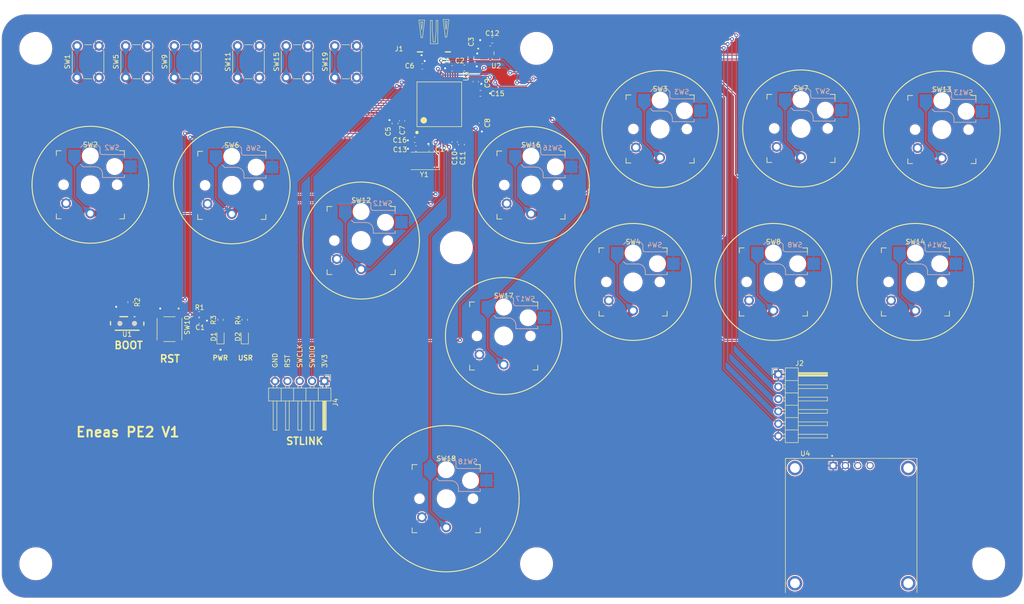
<source format=kicad_pcb>
(kicad_pcb (version 20240108) (generator "pcbnew") (generator_version "8.0")
  (layers (0 "F.Cu" signal) (31 "B.Cu" signal) (34 "B.Paste" user) (35 "F.Paste" user) (36 "B.SilkS" user "B.Silkscreen") (37 "F.SilkS" user "F.Silkscreen") (38 "B.Mask" user) (39 "F.Mask" user) (44 "Edge.Cuts" user))
  (net 0 "")
  (net 1 "GND")
  (net 2 "LEFT")
  (net 3 "DOWN")
  (net 4 "RIGHT")
  (net 5 "UP")
  (net 6 "L1")
  (net 7 "R1")
  (net 8 "TRIANGLE")
  (net 9 "SQUARE")
  (net 10 "CIRCLE")
  (net 11 "CROSS")
  (net 12 "R2")
  (net 13 "L2")
  (net 14 "OPT1")
  (net 15 "OPT2")
  (net 16 "OPT3")
  (net 17 "OPT4")
  (net 18 "OPT5")
  (net 19 "OPT6")
  (net 20 "+3V3")
  (net 21 "RST")
  (net 22 "SWCLK")
  (net 23 "SWDIO")
  (net 24 "BOOT0")
  (net 25 "+5V")
  (net 26 "/USB_D+")
  (net 27 "/USB_D-")
  (net 28 "/UC1")
  (net 29 "/UC3")
  (net 30 "/UC4")
  (net 31 "/UC2")
  (net 32 "Net-(U3-PH0-OSC_IN)")
  (net 33 "Net-(U3-PH1-OSC_OUT)")
  (net 34 "Net-(U3-VCAP_1)")
  (net 36 "Net-(R2-Pad2)")
  (net 44 "I2C_SCL")
  (net 45 "I2C_SDA")
  (net 53 "USART_RX")
  (net 55 "USART_TX")
  (net 66 "Net-(D1-A)")
  (net 67 "Net-(D2-K)")
  (net 68 "Net-(D2-A)")
  (footprint "Kailh:Kailh_socket_PG1350_optional" (layer "F.Cu") (at 87.32 65.17)
    (property "Reference" "SW6")
    (property "Value" "SW_Push")
  )
  (footprint "Kailh:Kailh_socket_PG1350_optional" (layer "F.Cu") (at 113.92 76.52)
    (property "Reference" "SW12")
    (property "Value" "SW_Push")
  )
  (footprint "Kailh:Kailh_socket_PG1350_optional" (layer "F.Cu") (at 131.42 129.62)
    (property "Reference" "SW18")
    (property "Value" "SW_Push")
  )
  (footprint "Kailh:Kailh_socket_PG1350_optional" (layer "F.Cu") (at 148.86 65.11)
    (property "Reference" "SW16")
    (property "Value" "SW_Push")
  )
  (footprint "Kailh:Kailh_socket_PG1350_optional" (layer "F.Cu") (at 175.42 53.58)
    (property "Reference" "SW3")
    (property "Value" "SW_Push")
  )
  (footprint "Kailh:Kailh_socket_PG1350_optional" (layer "F.Cu") (at 204.39 53.46)
    (property "Reference" "SW7")
    (property "Value" "SW_Push")
  )
  (footprint "Kailh:Kailh_socket_PG1350_optional" (layer "F.Cu") (at 233.36 53.7)
    (property "Reference" "SW13")
    (property "Value" "SW_Push")
  )
  (footprint "Kailh:Kailh_socket_PG1350_optional" (layer "F.Cu") (at 143.25 96.15)
    (property "Reference" "SW17")
    (property "Value" "SW_Push")
  )
  (footprint "Kailh:Kailh_socket_PG1350_optional" (layer "F.Cu") (at 169.86 85.04)
    (property "Reference" "SW4")
    (property "Value" "SW_Push")
  )
  (footprint "Kailh:Kailh_socket_PG1350_optional" (layer "F.Cu") (at 198.71 85.04)
    (property "Reference" "SW8")
    (property "Value" "SW_Push")
  )
  (footprint "Kailh:Kailh_socket_PG1350_optional" (layer "F.Cu") (at 227.92 85.04)
    (property "Reference" "SW14")
    (property "Value" "SW_Push")
  )
  (footprint "MountingHole:MountingHole_6.3mm" (layer "F.Cu") (at 47 37)
    (property "Reference" "H1" (hide yes))
    (property "Value" "MountingHole")
  )
  (footprint "MountingHole:MountingHole_6.3mm" (layer "F.Cu") (at 47 143)
    (property "Reference" "H4" (hide yes))
    (property "Value" "MountingHole")
  )
  (footprint "MountingHole:MountingHole_6.3mm" (layer "F.Cu") (at 243 143)
    (property "Reference" "H6" (hide yes))
    (property "Value" "MountingHole")
  )
  (footprint "MountingHole:MountingHole_6.3mm" (layer "F.Cu") (at 243 37)
    (property "Reference" "H3" (hide yes))
    (property "Value" "MountingHole")
  )
  (footprint "Kailh:Kailh_socket_PG1350_optional" (layer "F.Cu") (at 58.225 65.05)
    (property "Reference" "SW2")
    (property "Value" "SW_Push")
  )
  (footprint "MountingHole:MountingHole_6.3mm" (layer "F.Cu") (at 150 37)
    (property "Reference" "H2" (hide yes))
    (property "Value" "MountingHole")
  )
  (footprint "Button_Switch_THT:SW_PUSH_6mm_H5mm" (layer "F.Cu") (at 88.5 43 90)
    (property "Reference" "SW11")
    (property "Value" "C455091")
  )
  (footprint "Button_Switch_THT:SW_PUSH_6mm_H5mm" (layer "F.Cu") (at 65.5 43 90)
    (property "Reference" "SW5")
    (property "Value" "C455091")
  )
  (footprint "Button_Switch_THT:SW_PUSH_6mm_H5mm" (layer "F.Cu") (at 98.5 43 90)
    (property "Reference" "SW15")
    (property "Value" "C455091")
  )
  (footprint "Button_Switch_THT:SW_PUSH_6mm_H5mm" (layer "F.Cu") (at 55.5 43 90)
    (property "Reference" "SW1")
    (property "Value" "C455091")
  )
  (footprint "Button_Switch_THT:SW_PUSH_6mm_H5mm" (layer "F.Cu") (at 75.5 43 90)
    (property "Reference" "SW9")
    (property "Value" "C455091")
  )
  (footprint "Button_Switch_THT:SW_PUSH_6mm_H5mm" (layer "F.Cu") (at 108.5 43 90)
    (property "Reference" "SW19")
    (property "Value" "C455091")
  )
  (footprint "MountingHole:MountingHole_6.3mm" (layer "F.Cu") (at 133.5 78)
    (property "Reference" "H7" (hide yes))
    (property "Value" "MountingHole")
  )
  (footprint "MountingHole:MountingHole_6.3mm" (layer "F.Cu") (at 150 143)
    (property "Reference" "H5" (hide yes))
    (property "Value" "MountingHole")
  )
  (footprint "Capacitor_SMD:C_0402_1005Metric" (layer "F.Cu") (at 122.35 51.9 90)
    (property "Reference" "C7")
    (property "Value" "100n")
  )
  (footprint "PE2:JLC_MINI-USB-SMD" (layer "F.Cu") (at 128.9 35.15 180)
    (property "Reference" "J1")
    (property "Value" "C2977719 miniUSBb")
  )
  (footprint "Fiducial:Fiducial_0.75mm_Mask2.25mm" (layer "F.Cu") (at 42.72 45.35)
    (property "Reference" "FID1" (hide yes))
    (property "Value" "Fiducial")
  )
  (footprint "PE2:MODULE_DM-OLED096-636" (layer "F.Cu") (at 214.8 134.3125)
    (property "Reference" "U4")
    (property "Value" "DM-OLED096-636")
  )
  (footprint "Crystal:Crystal_SMD_5032-2Pin_5.0x3.2mm" (layer "F.Cu") (at 126.9 60.15 180)
    (property "Reference" "Y1")
    (property "Value" " C115962 8MHz")
  )
  (footprint "LED_SMD:LED_0603_1608Metric" (layer "F.Cu") (at 90 96.3 90)
    (property "Reference" "D2")
    (property "Value" "C2286 USR")
  )
  (footprint "PE2:SOT95P275X110-5N" (layer "F.Cu") (at 140.5 38)
    (property "Reference" "U2")
    (property "Value" "C603505 NCP115ASN330T2G LDO")
  )
  (footprint "Capacitor_SMD:C_0603_1608Metric" (layer "F.Cu") (at 134.55 56.8 -90)
    (property "Reference" "C10")
    (property "Value" "1uF")
  )
  (footprint "Resistor_SMD:R_0402_1005Metric" (layer "F.Cu") (at 90 92.825 90)
    (property "Reference" "R4")
    (property "Value" "C226821 180R")
  )
  (footprint "Capacitor_SMD:C_0402_1005Metric" (layer "F.Cu") (at 127.9 57.55 180)
    (property "Reference" "C14")
    (property "Value" "C382724 33pF")
  )
  (footprint "PE2:JLC_SW-SMD" (layer "F.Cu") (at 65.8 93.25 180)
    (property "Reference" "U1")
    (property "Value" "C3008585 bootselSW")
    (fp_poly (pts (xy 2 -0.325) (xy 1.979746 -0.465866) (xy 1.920627 -0.59532) (xy 1.82743 -0.702875) (xy 1.707708 -0.779816) (xy 1.571157 -0.819911) (xy 1.428843 -0.819911) (xy 1.292292 -0.779816) (xy 1.17257 -0.702875) (xy 1.079373 -0.59532) (xy 1.020254 -0.465866) (xy 1 -0.325) (xy 1.020254 -0.184134) (xy 1.079373 -0.05468) (xy 1.17257 0.052875) (xy 1.292292 0.129816) (xy 1.428843 0.169911) (xy 1.571157 0.169911) (xy 1.707708 0.129816) (xy 1.82743 0.052875) (xy 1.920627 -0.05468) (xy 1.979746 -0.184134)) (fill solid) (layer "Edge.Cuts"))
    (fp_poly (pts (xy -1 -0.325) (xy -1.020254 -0.465866) (xy -1.079373 -0.59532) (xy -1.17257 -0.702875) (xy -1.292292 -0.779816) (xy -1.428843 -0.819911) (xy -1.571157 -0.819911) (xy -1.707708 -0.779816) (xy -1.82743 -0.702875) (xy -1.920627 -0.59532) (xy -1.979746 -0.465866) (xy -2 -0.325) (xy -1.979746 -0.184134) (xy -1.920627 -0.05468) (xy -1.82743 0.052875) (xy -1.707708 0.129816) (xy -1.571157 0.169911) (xy -1.428843 0.169911) (xy -1.292292 0.129816) (xy -1.17257 0.052875) (xy -1.079373 -0.05468) (xy -1.020254 -0.184134)) (fill solid) (layer "Edge.Cuts"))
  )
  (footprint "Capacitor_SMD:C_0402_1005Metric" (layer "F.Cu") (at 126.5 40.7)
    (property "Reference" "C6")
    (property "Value" "100n")
  )
  (footprint "Resistor_SMD:R_0402_1005Metric" (layer "F.Cu") (at 85 92.825 -90)
    (property "Reference" "R3")
    (property "Value" "C226821 180R")
  )
  (footprint "Capacitor_SMD:C_0402_1005Metric" (layer "F.Cu") (at 132.65 41.1 180)
    (property "Reference" "C4")
    (property "Value" "100n")
  )
  (footprint "Capacitor_SMD:C_0603_1608Metric" (layer "F.Cu") (at 138.45 46.25)
    (property "Reference" "C15")
    (property "Value" "4.7uF")
  )
  (footprint "Connector_PinHeader_2.54mm:PinHeader_1x06_P2.54mm_Horizontal" (layer "F.Cu") (at 199.725 104.05)
    (property "Reference" "J2")
    (property "Value" "Conn_01x06")
  )
  (footprint "Fiducial:Fiducial_0.5mm_Mask1mm" (layer "F.Cu") (at 135.85 54.35)
    (property "Reference" "FID4" (hide yes))
    (property "Value" "Fiducial")
  )
  (footprint "Resistor_SMD:R_0402_1005Metric" (layer "F.Cu") (at 66.5 89.2 -90)
    (property "Reference" "R2")
    (property "Value" "C163810 10k")
  )
  (footprint "Capacitor_SMD:C_0603_1608Metric" (layer "F.Cu") (at 120.9 52.45 90)
    (property "Reference" "C5")
    (property "Value" "10uF")
  )
  (footprint "Resistor_SMD:R_0402_1005Metric" (layer "F.Cu") (at 80.6 91.7 180)
    (property "Reference" "R1")
    (property "Value" "C163810 10k")
  )
  (footprint "LED_SMD:LED_0603_1608Metric" (layer "F.Cu") (at 85 96.3 90)
    (property "Reference" "D1")
    (property "Value" "C2286 PWR")
  )
  (footprint "Capacitor_SMD:C_0603_1608Metric" (layer "F.Cu") (at 140.9 35.3 180)
    (property "Reference" "C12")
    (property "Value" "1uF Cer")
  )
  (footprint "Capacitor_SMD:C_0402_1005Metric" (layer "F.Cu") (at 124.955 55.8 180)
    (property "Reference" "C16")
    (property "Value" "100n")
  )
  (footprint "Capacitor_SMD:C_0402_1005Metric" (layer "F.Cu") (at 138.75 52.35 -90)
    (property "Reference" "C8")
    (property "Value" "100n")
  )
  (footprint "Capacitor_SMD:C_0603_1608Metric" (layer "F.Cu") (at 136.5 38.75 -90)
    (property "Reference" "C3")
    (property "Value" "1uF Cer")
  )
  (footprint "Fiducial:Fiducial_0.75mm_Mask2.25mm" (layer "F.Cu") (at 43.75 134.55)
    (property "Reference" "FID2" (hide yes))
    (property "Value" "Fiducial")
  )
  (footprint "Capacitor_SMD:C_0402_1005Metric" (layer "F.Cu") (at 133.15 56.25 -90)
    (property "Reference" "C11")
    (property "Value" "100n")
  )
  (footprint "Capacitor_SMD:C_0603_1608Metric" (layer "F.Cu") (at 135.14 41.02)
    (property "Reference" "C2")
    (property "Value" "1uF")
  )
  (footprint "PE2:JLC_TactSW_Low-profile" (layer "F.Cu") (at 74.5 94.75 -90)
    (property "Reference" "SW10")
    (property "Value" "C2985742")
  )
  (footprint "PE2:STM32F446RCT6" (layer "F.Cu") (at 130 48.5 90)
    (property "Reference" "U3")
    (property "Value" "STM32F446RCT6")
  )
  (footprint "Capacitor_SMD:C_0402_1005Metric" (layer "F.Cu") (at 137.5 43.85 -90)
    (property "Reference" "C9")
    (property "Value" "100n")
  )
  (footprint "Fiducial:Fiducial_0.75mm_Mask2.25mm" (layer "F.Cu") (at 247.2 134.55)
    (property "Reference" "FID3" (hide yes))
    (property "Value" "Fiducial")
  )
  (footprint "Fiducial:Fiducial_0.5mm_Mask1mm" (layer "F.Cu") (at 124.15 42.65)
    (property "Reference" "FID5" (hide yes))
    (property "Value" "Fiducial")
  )
  (footprint "Capacitor_SMD:C_0402_1005Metric" (layer "F.Cu") (at 80.6 93)
    (property "Reference" "C1")
    (property "Value" "100n")
  )
  (footprint "Connector_PinHeader_2.54mm:PinHeader_1x05_P2.54mm_Horizontal" (layer "F.Cu") (at 106.375 105.425 -90)
    (property "Reference" "J4")
    (property "Value" "Conn_01x05")
  )
  (footprint "Capacitor_SMD:C_0402_1005Metric" (layer "F.Cu") (at 125.2 57.6 180)
    (property "Reference" "C13")
    (property "Value" "C382724 33pF")
  )
  (gr_line (start 216.382567 53.463258) (end 216.382567 53.463258) (stroke (width 0.2)) (layer "F.SilkS"))
  (gr_line (start 245.355098 53.699766) (end 245.355098 53.699766) (stroke (width 0.2)) (layer "F.SilkS"))
  (gr_curve (pts (xy 75.320345 65.17053) (xy 75.320345 60.873617) (xy 77.606529 56.903105) (xy 81.317714 54.754648)) (stroke (width 0.2)) (layer "F.SilkS"))
  (gr_curve (pts (xy 93.312452 54.754648) (xy 97.023636 56.903105) (xy 99.309821 60.873617) (xy 99.309821 65.17053)) (stroke (width 0.2)) (layer "F.SilkS"))
  (gr_curve (pts (xy 181.412661 63.9974) (xy 177.701476 66.145857) (xy 173.129108 66.145857) (xy 169.417923 63.9974)) (stroke (width 0.2)) (layer "F.SilkS"))
  (gr_curve (pts (xy 233.918028 74.621539) (xy 237.629213 76.769996) (xy 239.915397 80.740507) (xy 239.915397 85.037421)) (stroke (width 0.2)) (layer "F.SilkS"))
  (gr_line (start 187.41003 53.581518) (end 187.41003 53.581518) (stroke (width 0.2)) (layer "F.SilkS"))
  (gr_curve (pts (xy 233.918028 95.453303) (xy 230.206843 97.601759) (xy 225.634475 97.601759) (xy 221.92329 95.453303)) (stroke (width 0.2)) (layer "F.SilkS"))
  (gr_curve (pts (xy 123.913745 142.649412) (xy 119.271238 139.9618) (xy 116.411337 134.994889) (xy 116.411337 129.619665)) (stroke (width 0.2)) (layer "F.SilkS"))
  (gr_curve (pts (xy 204.70893 95.453303) (xy 200.997745 97.601759) (xy 196.425377 97.601759) (xy 192.714192 95.453303)) (stroke (width 0.2)) (layer "F.SilkS"))
  (gr_curve (pts (xy 192.714192 74.621539) (xy 196.425377 72.473082) (xy 200.997745 72.473082) (xy 204.70893 74.621539)) (stroke (width 0.2)) (layer "F.SilkS"))
  (gr_curve (pts (xy 239.915397 85.037421) (xy 239.915397 89.334334) (xy 237.629213 93.304846) (xy 233.918028 95.453303)) (stroke (width 0.2)) (layer "F.SilkS"))
  (gr_curve (pts (xy 142.865684 75.530868) (xy 139.154499 73.382411) (xy 136.868315 69.4119) (xy 136.868315 65.114986)) (stroke (width 0.2)) (layer "F.SilkS"))
  (gr_curve (pts (xy 210.706299 85.037421) (xy 210.706299 89.334334) (xy 208.420115 93.304846) (xy 204.70893 95.453303)) (stroke (width 0.2)) (layer "F.SilkS"))
  (gr_curve (pts (xy 210.385198 43.047376) (xy 214.096383 45.195832) (xy 216.382567 49.166344) (xy 216.382567 53.463258)) (stroke (width 0.2)) (layer "F.SilkS"))
  (gr_line (start 181.852021 85.037421) (end 181.852021 85.037421) (stroke (width 0.2)) (layer "F.SilkS"))
  (gr_curve (pts (xy 221.92329 95.453303) (xy 218.212105 93.304846) (xy 215.925921 89.334334) (xy 215.925921 85.037421)) (stroke (width 0.2)) (layer "F.SilkS"))
  (gr_curve (pts (xy 93.312452 75.586412) (xy 89.601267 77.734869) (xy 85.028899 77.734869) (xy 81.317714 75.586412)) (stroke (width 0.2)) (layer "F.SilkS"))
  (gr_curve (pts (xy 175.854652 95.453303) (xy 172.143467 97.601759) (xy 167.571099 97.601759) (xy 163.859914 95.453303)) (stroke (width 0.2)) (layer "F.SilkS"))
  (gr_line (start 239.915397 85.037421) (end 239.915397 85.037421) (stroke (width 0.2)) (layer "F.SilkS"))
  (gr_curve (pts (xy 186.716823 85.037421) (xy 186.716823 80.740507) (xy 189.003008 76.769996) (xy 192.714192 74.621539)) (stroke (width 0.2)) (layer "F.SilkS"))
  (gr_curve (pts (xy 138.918561 142.649412) (xy 134.276055 145.337024) (xy 128.556251 145.337024) (xy 123.913745 142.649412)) (stroke (width 0.2)) (layer "F.SilkS"))
  (gr_curve (pts (xy 169.417923 43.165636) (xy 173.129108 41.01718) (xy 177.701476 41.01718) (xy 181.412661 43.165636)) (stroke (width 0.2)) (layer "F.SilkS"))
  (gr_curve (pts (xy 64.221646 54.636398) (xy 67.932831 56.784855) (xy 70.219015 60.755367) (xy 70.219015 65.05228)) (stroke (width 0.2)) (layer "F.SilkS"))
  (gr_curve (pts (xy 245.355098 53.699766) (xy 245.355097 60.342218) (xy 239.98487 65.72699) (xy 233.36036 65.72699)) (stroke (width 0.2)) (layer "F.SilkS"))
  (gr_curve (pts (xy 160.857791 65.114986) (xy 160.857791 69.4119) (xy 158.571607 73.382411) (xy 154.860422 75.530868)) (stroke (width 0.2)) (layer "F.SilkS"))
  (gr_curve (pts (xy 52.226909 54.636398) (xy 55.938093 52.487941) (xy 60.510462 52.487941) (xy 64.221646 54.636398)) (stroke (width 0.2)) (layer "F.SilkS"))
  (gr_curve (pts (xy 131.255108 96.153426) (xy 131.255108 91.856513) (xy 133.541293 87.886001) (xy 137.252477 85.737546)) (stroke (width 0.2)) (layer "F.SilkS"))
  (gr_curve (pts (xy 192.393091 53.463258) (xy 192.393091 49.166344) (xy 194.679275 45.195832) (xy 198.39046 43.047376)) (stroke (width 0.2)) (layer "F.SilkS"))
  (gr_curve (pts (xy 119.919904 86.938924) (xy 116.208719 89.08738) (xy 111.636351 89.08738) (xy 107.925166 86.938924)) (stroke (width 0.2)) (layer "F.SilkS"))
  (gr_curve (pts (xy 101.927798 76.523042) (xy 101.927798 72.226128) (xy 104.213982 68.255617) (xy 107.925166 66.10716)) (stroke (width 0.2)) (layer "F.SilkS"))
  (gr_curve (pts (xy 137.252477 85.737546) (xy 140.963662 83.589088) (xy 145.53603 83.589088) (xy 149.247215 85.737546)) (stroke (width 0.2)) (layer "F.SilkS"))
  (gr_curve (pts (xy 154.860422 54.699104) (xy 158.571607 56.847561) (xy 160.857791 60.818073) (xy 160.857791 65.114986)) (stroke (width 0.2)) (layer "F.SilkS"))
  (gr_curve (pts (xy 221.92329 74.621539) (xy 225.634475 72.473082) (xy 230.206843 72.473082) (xy 233.918028 74.621539)) (stroke (width 0.2)) (layer "F.SilkS"))
  (gr_line (start 155.244584 96.153426) (end 155.244584 96.153426) (stroke (width 0.2)) (layer "F.SilkS"))
  (gr_curve (pts (xy 181.852021 85.037421) (xy 181.852021 89.334334) (xy 179.565837 93.304846) (xy 175.854652 95.453303)) (stroke (width 0.2)) (layer "F.SilkS"))
  (gr_curve (pts (xy 138.918561 116.589918) (xy 143.561067 119.277529) (xy 146.420969 124.244441) (xy 146.420969 129.619665)) (stroke (width 0.2)) (layer "F.SilkS"))
  (gr_curve (pts (xy 64.221646 75.468162) (xy 60.510462 77.616619) (xy 55.938093 77.616619) (xy 52.226909 75.468162)) (stroke (width 0.2)) (layer "F.SilkS"))
  (gr_curve (pts (xy 227.362991 43.283884) (xy 231.074176 41.135427) (xy 235.646544 41.135427) (xy 239.357729 43.283884)) (stroke (width 0.2)) (layer "F.SilkS"))
  (gr_curve (pts (xy 169.417923 63.9974) (xy 165.706739 61.848943) (xy 163.420555 57.878432) (xy 163.420555 53.581518)) (stroke (width 0.2)) (layer "F.SilkS"))
  (gr_curve (pts (xy 116.411337 129.619665) (xy 116.411337 124.244441) (xy 119.271238 119.277529) (xy 123.913745 116.589918)) (stroke (width 0.2)) (layer "F.SilkS"))
  (gr_line (start 160.857791 65.114986) (end 160.857791 65.114986) (stroke (width 0.2)) (layer "F.SilkS"))
  (gr_curve (pts (xy 149.247215 85.737546) (xy 152.9584 87.886001) (xy 155.244584 91.856513) (xy 155.244584 96.153426)) (stroke (width 0.2)) (layer "F.SilkS"))
  (gr_curve (pts (xy 215.925921 85.037421) (xy 215.925921 80.740507) (xy 218.212105 76.769996) (xy 221.92329 74.621539)) (stroke (width 0.2)) (layer "F.SilkS"))
  (gr_curve (pts (xy 163.859914 95.453303) (xy 160.148729 93.304846) (xy 157.862545 89.334334) (xy 157.862545 85.037421)) (stroke (width 0.2)) (layer "F.SilkS"))
  (gr_curve (pts (xy 181.412661 43.165636) (xy 185.123846 45.314093) (xy 187.41003 49.284605) (xy 187.41003 53.581518)) (stroke (width 0.2)) (layer "F.SilkS"))
  (gr_curve (pts (xy 163.859914 74.621539) (xy 167.571099 72.473082) (xy 172.143467 72.473082) (xy 175.854652 74.621539)) (stroke (width 0.2)) (layer "F.SilkS"))
  (gr_curve (pts (xy 239.357729 43.283884) (xy 243.068914 45.432341) (xy 245.355098 49.402853) (xy 245.355098 53.699766)) (stroke (width 0.2)) (layer "F.SilkS"))
  (gr_curve (pts (xy 70.219015 65.05228) (xy 70.219015 69.349193) (xy 67.932831 73.319705) (xy 64.221646 75.468162)) (stroke (width 0.2)) (layer "F.SilkS"))
  (gr_curve (pts (xy 163.420555 53.581518) (xy 163.420555 49.284605) (xy 165.706739 45.314093) (xy 169.417923 43.165636)) (stroke (width 0.2)) (layer "F.SilkS"))
  (gr_line (start 70.219015 65.05228) (end 70.219015 65.05228) (stroke (width 0.2)) (layer "F.SilkS"))
  (gr_curve (pts (xy 107.925166 66.10716) (xy 111.636351 63.958703) (xy 116.208719 63.958703) (xy 119.919904 66.10716)) (stroke (width 0.2)) (layer "F.SilkS"))
  (gr_curve (pts (xy 146.420969 129.619665) (xy 146.420969 134.994889) (xy 143.561067 139.9618) (xy 138.918561 142.649412)) (stroke (width 0.2)) (layer "F.SilkS"))
  (gr_curve (pts (xy 157.862545 85.037421) (xy 157.862545 80.740507) (xy 160.148729 76.769996) (xy 163.859914 74.621539)) (stroke (width 0.2)) (layer "F.SilkS"))
  (gr_curve (pts (xy 119.919904 66.10716) (xy 123.631089 68.255617) (xy 125.917273 72.226128) (xy 125.917273 76.523042)) (stroke (width 0.2)) (layer "F.SilkS"))
  (gr_curve (pts (xy 123.913745 116.589918) (xy 128.556251 113.902306) (xy 134.276055 113.902306) (xy 138.918561 116.589918)) (stroke (width 0.2)) (layer "F.SilkS"))
  (gr_curve (pts (xy 107.925166 86.938924) (xy 104.213982 84.790467) (xy 101.927798 80.819955) (xy 101.927798 76.523042)) (stroke (width 0.2)) (layer "F.SilkS"))
  (gr_curve (pts (xy 210.385198 63.879139) (xy 206.674013 66.027596) (xy 202.101645 66.027596) (xy 198.39046 63.879139)) (stroke (width 0.2)) (layer "F.SilkS"))
  (gr_curve (pts (xy 221.365622 53.699766) (xy 221.365622 49.402853) (xy 223.651806 45.432341) (xy 227.362991 43.283884)) (stroke (width 0.2)) (layer "F.SilkS"))
  (gr_curve (pts (xy 81.317714 75.586412) (xy 77.606529 73.437955) (xy 75.320345 69.467444) (xy 75.320345 65.17053)) (stroke (width 0.2)) (layer "F.SilkS"))
  (gr_curve (pts (xy 187.41003 53.581518) (xy 187.41003 57.878432) (xy 185.123846 61.848943) (xy 181.412661 63.9974)) (stroke (width 0.2)) (layer "F.SilkS"))
  (gr_curve (pts (xy 198.39046 63.879139) (xy 194.679275 61.730683) (xy 192.393091 57.760171) (xy 192.393091 53.463258)) (stroke (width 0.2)) (layer "F.SilkS"))
  (gr_curve (pts (xy 137.252477 106.569308) (xy 133.541293 104.420852) (xy 131.255108 100.45034) (xy 131.255108 96.153426)) (stroke (width 0.2)) (layer "F.SilkS"))
  (gr_curve (pts (xy 81.317714 54.754648) (xy 85.028899 52.606192) (xy 89.601267 52.606192) (xy 93.312452 54.754648)) (stroke (width 0.2)) (layer "F.SilkS"))
  (gr_curve (pts (xy 136.868315 65.114986) (xy 136.868315 60.818073) (xy 139.154499 56.847561) (xy 142.865684 54.699104)) (stroke (width 0.2)) (layer "F.SilkS"))
  (gr_line (start 125.917273 76.523042) (end 125.917273 76.523042) (stroke (width 0.2)) (layer "F.SilkS"))
  (gr_line (start 99.309821 65.17053) (end 99.309821 65.17053) (stroke (width 0.2)) (layer "F.SilkS"))
  (gr_curve (pts (xy 149.247215 106.569308) (xy 145.53603 108.717765) (xy 140.963662 108.717765) (xy 137.252477 106.569308)) (stroke (width 0.2)) (layer "F.SilkS"))
  (gr_curve (pts (xy 155.244584 96.153426) (xy 155.244584 100.45034) (xy 152.9584 104.420852) (xy 149.247215 106.569308)) (stroke (width 0.2)) (layer "F.SilkS"))
  (gr_curve (pts (xy 99.309821 65.17053) (xy 99.309821 69.467444) (xy 97.023636 73.437955) (xy 93.312452 75.586412)) (stroke (width 0.2)) (layer "F.SilkS"))
  (gr_curve (pts (xy 192.714192 95.453303) (xy 189.003008 93.304846) (xy 186.716823 89.334334) (xy 186.716823 85.037421)) (stroke (width 0.2)) (layer "F.SilkS"))
  (gr_curve (pts (xy 175.854652 74.621539) (xy 179.565837 76.769996) (xy 181.852021 80.740507) (xy 181.852021 85.037421)) (stroke (width 0.2)) (layer "F.SilkS"))
  (gr_curve (pts (xy 52.226909 75.468162) (xy 48.515724 73.319705) (xy 46.22954 69.349193) (xy 46.22954 65.05228)) (stroke (width 0.2)) (layer "F.SilkS"))
  (gr_curve (pts (xy 46.22954 65.05228) (xy 46.22954 60.755367) (xy 48.515724 56.784855) (xy 52.226909 54.636398)) (stroke (width 0.2)) (layer "F.SilkS"))
  (gr_line (start 146.420969 129.619665) (end 146.420969 129.619665) (stroke (width 0.2)) (layer "F.SilkS"))
  (gr_curve (pts (xy 125.917273 76.523042) (xy 125.917273 80.819955) (xy 123.631089 84.790467) (xy 119.919904 86.938924)) (stroke (width 0.2)) (layer "F.SilkS"))
  (gr_curve (pts (xy 233.36036 65.72699) (xy 226.73585 65.72699) (xy 221.365623 60.342218) (xy 221.365622 53.699766)) (stroke (width 0.2)) (layer "F.SilkS"))
  (gr_curve (pts (xy 154.860422 75.530868) (xy 151.149237 77.679325) (xy 146.576869 77.679325) (xy 142.865684 75.530868)) (stroke (width 0.2)) (layer "F.SilkS"))
  (gr_curve (pts (xy 204.70893 74.621539) (xy 208.420115 76.769996) (xy 210.706299 80.740507) (xy 210.706299 85.037421)) (stroke (width 0.2)) (layer "F.SilkS"))
  (gr_curve (pts (xy 198.39046 43.047376) (xy 202.101645 40.898919) (xy 206.674013 40.898919) (xy 210.385198 43.047376)) (stroke (width 0.2)) (layer "F.SilkS"))
  (gr_curve (pts (xy 216.382567 53.463258) (xy 216.382567 57.760171) (xy 214.096383 61.730683) (xy 210.385198 63.879139)) (stroke (width 0.2)) (layer "F.SilkS"))
  (gr_curve (pts (xy 142.865684 54.699104) (xy 146.576869 52.550648) (xy 151.149237 52.550648) (xy 154.860422 54.699104)) (stroke (width 0.2)) (layer "F.SilkS"))
  (gr_line (start 210.706299 85.037421) (end 210.706299 85.037421) (stroke (width 0.2)) (layer "F.SilkS"))
  (gr_line (start 250 35) (end 250 145) (stroke (width 0.05)) (layer "Edge.Cuts"))
  (gr_line (start 40 145) (end 40 35) (stroke (width 0.05)) (layer "Edge.Cuts"))
  (gr_line (start 45 30) (end 136 30) (stroke (width 0.05)) (layer "Edge.Cuts"))
  (gr_line (start 136 30) (end 245 30) (stroke (width 0.05)) (layer "Edge.Cuts"))
  (gr_line (start 245 150) (end 223.2 150) (stroke (width 0.05)) (layer "Edge.Cuts"))
  (gr_arc (start 40 35) (mid 41.464466 31.464466) (end 45 30) (stroke (width 0.05)) (layer "Edge.Cuts"))
  (gr_arc (start 45 150) (mid 41.464466 148.535534) (end 40 145) (stroke (width 0.05)) (layer "Edge.Cuts"))
  (gr_arc (start 250 145) (mid 248.535534 148.535534) (end 245 150) (stroke (width 0.05)) (layer "Edge.Cuts"))
  (gr_arc (start 245 30) (mid 248.535534 31.464466) (end 250 35) (stroke (width 0.05)) (layer "Edge.Cuts"))
  (gr_line (start 223.2 150) (end 45 150) (stroke (width 0.05)) (layer "Edge.Cuts"))
  (gr_text "Eneas PE2 V1" (at 55.1 121.525 0) (layer "F.Cu" knockout) (effects (font (size 2 2) (thickness 0.4) (bold yes)) (justify left bottom)))
  (gr_text "RST\n" (at 99.35 102.8 90) (layer "F.SilkS") (effects (font (size 1 1) (thickness 0.15) (bold yes)) (justify left bottom)))
  (gr_text "RST" (at 72.35 101.725 0) (layer "F.SilkS") (effects (font (size 1.5 1.5) (thickness 0.3) (bold yes)) (justify left bottom)))
  (gr_text "USR\n" (at 88.5 101.25 0) (layer "F.SilkS") (effects (font (size 1 1) (thickness 0.2) (bold yes)) (justify left bottom)))
  (gr_text "PWR" (at 83.25 101.25 0) (layer "F.SilkS") (effects (font (size 1 1) (thickness 0.2) (bold yes)) (justify left bottom)))
  (gr_text "3V3" (at 107 102.8 90) (layer "F.SilkS") (effects (font (size 1 1)) (justify left bottom)))
  (gr_text "Eneas PE2 V1" (at 55.1 117.1 0) (layer "F.SilkS") (effects (font (size 2 2) (thickness 0.4) (bold yes)) (justify left bottom)))
  (gr_text "SWCLK" (at 101.9 102.8 90) (layer "F.SilkS") (effects (font (size 1 1)) (justify left bottom)))
  (gr_text "SWDIO" (at 104.45 102.825 90) (layer "F.SilkS") (effects (font (size 1 1)) (justify left bottom)))
  (gr_text "STLINK\n" (at 98.325 118.65 0) (layer "F.SilkS") (effects (font (size 1.5 1.5) (thickness 0.3) (bold yes)) (justify left bottom)))
  (gr_text "GND\n" (at 96.8 102.8 90) (layer "F.SilkS") (effects (font (size 1 1) (thickness 0.15) (bold yes)) (justify left bottom)))
  (gr_text "BOOT" (at 63 98.95 0) (layer "F.SilkS") (effects (font (size 1.5 1.5) (thickness 0.3) (bold yes)) (justify left bottom)))
  (segment (start 124.3 51.75) (end 122.68 51.75) (width 0.3) (layer "F.Cu") (net 1))
  (segment (start 127.75 56.65) (end 127.42 56.98) (width 0.2) (layer "F.Cu") (net 1))
  (segment (start 123.6 57.6) (end 123.55 57.65) (width 0.2) (layer "F.Cu") (net 1))
  (segment (start 85 97.0875) (end 85 99) (width 0.381) (layer "F.Cu") (net 1))
  (segment (start 63.55 91.825) (end 63.55 90.15) (width 0.3) (layer "F.Cu") (net 1))
  (segment (start 127.42 56.98) (end 127.42 57.55) (width 0.2) (layer "F.Cu") (net 1))
  (segment (start 72.625 91.75) (end 72.625 97.75) (width 0.381) (layer "F.Cu") (net 1))
  (segment (start 136.525 39.525) (end 137.7 40.7) (width 0.4) (layer "F.Cu") (net 1))
  (segment (start 121.155 51.42) (end 120.9 51.675) (width 0.3) (layer "F.Cu") (net 1))
  (segment (start 126.75 42.8) (end 126.75 41.33) (width 0.3) (layer "F.Cu") (net 1))
  (segment (start 122.35 51.42) (end 121.155 51.42) (width 0.3) (layer "F.Cu") (net 1))
  (segment (start 126.98 41.1) (end 126.98 40.02) (width 0.4) (layer "F.Cu") (net 1))
  (segment (start 126.35 38.4) (end 127.35 37.4) (width 0.381) (layer "F.Cu") (net 1))
  (segment (start 123.65 55.8) (end 124.475 55.8) (width 0.381) (layer "F.Cu") (net 1))
  (segment (start 133.705 56.73) (end 134.55 57.575) (width 0.3) (layer "F.Cu") (net 1))
  (segment (start 132.840001 56.73) (end 133.15 56.73) (width 0.3) (layer "F.Cu") (net 1))
  (segment (start 138.62 44.33) (end 138.65 44.3) (width 0.4) (layer "F.Cu") (net 1))
  (segment (start 72.625 91.75) (end 72.625 90.525) (width 0.381) (layer "F.Cu") (net 1))
  (segment (start 136.823154 51.75) (end 137.803154 52.73) (width 0.3) (layer "F.Cu") (net 1))
  (segment (start 124.72 57.6) (end 123.6 57.6) (width 0.2) (layer "F.Cu") (net 1))
  (segment (start 72.625 90.525) (end 72.6 90.5) (width 0.381) (layer "F.Cu") (net 1))
  (segment (start 119.825 51.675) (end 119.75 51.75) (width 0.3) (layer "F.Cu") (net 1))
  (segment (start 137.38 41.02) (end 137.7 40.7) (width 0.4) (layer "F.Cu") (net 1))
  (segment (start 136.5 39.525) (end 136.525 39.525) (width 0.4) (layer "F.Cu") (net 1))
  (segment (start 138.75 54.1) (end 138.8 54.05) (width 0.3) (layer "F.Cu") (net 1))
  (segment (start 131.75 54.2) (end 131.75 55.639999) (width 0.3) (layer "F.Cu") (net 1))
  (segment (start 135.915 41.02) (end 137.38 41.02) (width 0.4) (layer "F.Cu") (net 1))
  (segment (start 135.7 45.25) (end 136.859999 45.25) (width 0.3) (layer "F.Cu") (net 1))
  (segment (start 140.125 35.3) (end 138.4 35.3) (width 0.4) (layer "F.Cu") (net 1))
  (segment (start 122.68 51.75) (end 122.35 51.42) (width 0.3) (layer "F.Cu") (net 1))
  (segment (start 123.525 55.925) (end 123.65 55.8) (width 0.381) (layer "F.Cu") (net 1))
  (segment (start 137.85 38) (end 137.8 38.05) (width 0.4) (layer "F.Cu") (net 1))
  (segment (start 127.35 37.4) (end 127.35 36.975) (width 0.381) (layer "F.Cu") (net 1))
  (segment (start 139.225 46.25) (end 140.45 46.25) (width 0.4) (layer "F.Cu") (net 1))
  (segment (start 137.5 44.33) (end 138.62 44.33) (width 0.4) (layer "F.Cu") (net 1))
  (segment (start 136.859999 45.25) (end 137.5 44.609999) (width 0.3) (layer "F.Cu") (net 1))
  (segment (start 139.355 38) (end 137.85 38) (width 0.4) (layer "F.Cu") (net 1))
  (segment (start 120.9 51.675) (end 119.825 51.675) (width 0.3) (layer "F.Cu") (net 1))
  (segment (start 137.803154 52.73) (end 138.8 52.73) (width 0.3) (layer "F.Cu") (net 1))
  (segment (start 137.5 44.609999) (end 137.5 44.33) (width 0.3) (layer "F.Cu") (net 1))
  (segment (start 81.08 93) (end 82.2 93) (width 0.381) (layer "F.Cu") (net 1))
  (segment (start 135.7 51.75) (end 136.823154 51.75) (width 0.3) (layer "F.Cu") (net 1))
  (segment (start 133.15 56.73) (end 133.15 57.8) (width 0.3) (layer "F.Cu") (net 1))
  (segment (start 131.75 55.639999) (end 132.840001 56.73) (width 0.3) (layer "F.Cu") (net 1))
  (segment (start 126.75 41.33) (end 126.98 41.1) (width 0.3) (layer "F.Cu") (net 1))
  (segment (start 126.98 40.02) (end 127 40) (width 0.4) (layer "F.Cu") (net 1))
  (segment (start 132.17 41.1) (end 131.2 41.1) (width 0.381) (layer "F.Cu") (net 1))
  (segment (start 133.15 56.73) (end 133.705 56.73) (width 0.3) (layer "F.Cu") (net 1))
  (segment (start 138.8 54.05) (end 138.8 52.73) (width 0.3) (layer "F.Cu") (net 1))
  (via (at 123.525 55.925) (size 0.8) (drill 0.4) (layers "F.Cu" "B.Cu") (net 1))
  (via (at 133.15 57.8) (size 0.8) (drill 0.4) (layers "F.Cu" "B.Cu") (net 1))
  (via (at 138.65 44.3) (size 0.8) (drill 0.4) (layers "F.Cu" "B.Cu") (net 1))
  (via (at 131.2 41.1) (size 0.8) (drill 0.4) (layers "F.Cu" "B.Cu") (net 1))
  (via (at 127 39.6) (size 0.8) (drill 0.4) (layers "F.Cu" "B.Cu") (net 1))
  (via (at 126.35 38.4) (size 0.8) (drill 0.4) (layers "F.Cu" "B.Cu") (net 1))
  (via (at 123.55 57.65) (size 0.8) (drill 0.4) (layers "F.Cu" "B.Cu") (net 1))
  (via (at 140.45 46.25) (size 0.8) (drill 0.4) (layers "F.Cu" "B.Cu") (net 1))
  (via (at 85 99) (size 0.8) (drill 0.4) (layers "F.Cu" "B.Cu") (net 1))
  (via (at 127.75 56.65) (size 0.8) (drill 0.4) (layers "F.Cu" "B.Cu") (net 1))
  (via (at 82.2 93) (size 0.8) (drill 0.4) (layers "F.Cu" "B.Cu") (net 1))
  (via (at 119.75 51.75) (size 0.8) (drill 0.4) (layers "F.Cu" "B.Cu") (net 1))
  (via (at 137.7 40.7) (size 0.8) (drill 0.4) (layers "F.Cu" "B.Cu") (net 1))
  (via (at 63.55 90.15) (size 0.8) (drill 0.4) (layers "F.Cu" "B.Cu") (net 1))
  (via (at 138.4 35.3) (size 0.8) (drill 0.4) (layers "F.Cu" "B.Cu") (net 1))
  (via (at 137.8 38.05) (size 0.8) (drill 0.4) (layers "F.Cu" "B.Cu") (net 1))
  (via (at 138.75 54.1) (size 0.8) (drill 0.4) (layers "F.Cu" "B.Cu") (net 1))
  (via (at 72.6 90.5) (size 0.8) (drill 0.4) (layers "F.Cu" "B.Cu") (net 1))
  (segment (start 129.75 55.777) (end 129.75 54.2) (width 0.2) (layer "F.Cu") (net 2))
  (segment (start 129.227 56.3) (end 129.527 56) (width 0.2) (layer "F.Cu") (net 2))
  (segment (start 129.225458 66.975458) (end 129.200916 67) (width 0.2) (layer "F.Cu") (net 2))
  (segment (start 89 67) (end 85.05 70.95) (width 0.2) (layer "F.Cu") (net 2))
  (segment (start 85.05 70.95) (end 58.225 70.95) (width 0.2) (layer "F.Cu") (net 2))
  (segment (start 129.200916 67) (end 89 67) (width 0.2) (layer "F.Cu") (net 2))
  (segment (start 129.227 56.3) (end 129.75 55.777) (width 0.2) (layer "F.Cu") (net 2))
  (via (at 129.227 56.3) (size 0.8) (drill 0.4) (layers "F.Cu" "B.Cu") (net 2))
  (via (at 129.225458 66.975458) (size 0.8) (drill 0.4) (layers "F.Cu" "B.Cu") (net 2))
  (segment (start 58.225 70.95) (end 54.95 67.675) (width 0.254) (layer "B.Cu") (net 2))
  (segment (start 129.225458 56.301542) (end 129.227 56.3) (width 0.2) (layer "B.Cu") (net 2))
  (segment (start 129.225458 66.975458) (end 129.225458 56.301542) (width 0.2) (layer "B.Cu") (net 2))
  (segment (start 54.95 67.675) (end 54.95 59.1) (width 0.254) (layer "B.Cu") (net 2))
  (segment (start 113.118048 68.75) (end 89.64 68.75) (width 0.2) (layer "F.Cu") (net 3))
  (segment (start 127.966 68.716) (end 113.152048 68.716) (width 0.2) (layer "F.Cu") (net 3))
  (segment (start 130.25 56.5) (end 130 57) (width 0.2) (layer "F.Cu") (net 3))
  (segment (start 130.25 54.2) (end 130.25 56.25) (width 0.2) (layer "F.Cu") (net 3))
  (segment (start 89.64 68.75) (end 87.32 71.07) (width 0.2) (layer "F.Cu") (net 3))
  (segment (start 113.152048 68.716) (end 113.118048 68.75) (width 0.2) (layer "F.Cu") (net 3))
  (segment (start 130.25 56.25) (end 130.25 56.5) (width 0.2) (layer "F.Cu") (net 3))
  (segment (start 128.220433 68.970433) (end 127.966 68.716) (width 0.2) (layer "F.Cu") (net 3))
  (via (at 130 57) (size 0.8) (drill 0.4) (layers "F.Cu" "B.Cu") (net 3))
  (via (at 128.220433 68.970433) (size 0.8) (drill 0.4) (layers "F.Cu" "B.Cu") (net 3))
  (segment (start 130 67.190866) (end 130 57) (width 0.2) (layer "B.Cu") (net 3))
  (segment (start 84.045 59.22) (end 84.045 67.795) (width 0.254) (layer "B.Cu") (net 3))
  (segment (start 84.045 59.22) (end 84.698048 59.22) (width 0.2) (layer "B.Cu") (net 3))
  (segment (start 84.045 67.795) (end 87.32 71.07) (width 0.254) (layer "B.Cu") (net 3))
  (segment (start 128.220433 68.970433) (end 130 67.190866) (width 0.2) (layer "B.Cu") (net 3))
  (segment (start 131 57.5) (end 130.75 57.25) (width 0.2) (layer "F.Cu") (net 4))
  (segment (start 130.75 54.2) (end 130.75 57.25) (width 0.2) (layer "F.Cu") (net 4))
  (via (at 131 57.5) (size 0.8) (drill 0.4) (layers "F.Cu" "B.Cu") (net 4))
  (segment (start 110.645 70.57) (end 110.645 79.145) (width 0.254) (layer "B.Cu") (net 4))
  (segment (start 131 67.219) (end 131 57.5) (width 0.254) (layer "B.Cu") (net 4))
  (segment (start 110.645 79.145) (end 113.92 82.42) (width 0.254) (layer "B.Cu") (net 4))
  (segment (start 113.92 82.42) (end 115.799 82.42) (width 0.254) (layer "B.Cu") (net 4))
  (segment (start 115.799 82.42) (end 131 67.219) (width 0.254) (layer "B.Cu") (net 4))
  (segment (start 132.003303 57.263353) (end 131.25 56.51005) (width 0.2) (layer "F.Cu") (net 5))
  (segment (start 132.003303 57.284802) (end 132.003303 57.263353) (width 0.2) (layer "F.Cu") (net 5))
  (segment (start 131.25 56.51005) (end 131.25 54.2) (width 0.2) (layer "F.Cu") (net 5))
  (via (at 132.003303 57.284802) (size 0.8) (drill 0.4) (layers "F.Cu" "B.Cu") (net 5))
  (segment (start 128.145 75.605) (end 128.145 123.67) (width 0.2) (layer "B.Cu") (net 5))
  (segment (start 128.145 123.67) (end 128.145 132.245) (width 0.254) (layer "B.Cu") (net 5))
  (segment (start 132.003303 57.284802) (end 132.003303 71.746697) (width 0.2) (layer "B.Cu") (net 5))
  (segment (start 128.145 132.245) (end 131.42 135.52) (width 0.254) (layer "B.Cu") (net 5))
  (segment (start 132.003303 71.746697) (end 128.145 75.605) (width 0.2) (layer "B.Cu") (net 5))
  (segment (start 153.375 46.6) (end 161.575 38.4) (width 0.2) (layer "F.Cu") (net 6))
  (segment (start 227.81 65.15) (end 233.36 59.6) (width 0.2) (layer "F.Cu") (net 6))
  (segment (start 135.7 47.25) (end 152.725 47.25) (width 0.2) (layer "F.Cu") (net 6))
  (segment (start 223.4 65.15) (end 227.81 65.15) (width 0.2) (layer "F.Cu") (net 6))
  (segment (start 161.575 38.4) (end 210.45 38.4) (width 0.2) (layer "F.Cu") (net 6))
  (segment (start 210.45 38.4) (end 219.8 47.75) (width 0.2) (layer "F.Cu") (net 6))
  (segment (start 152.725 47.25) (end 153.375 46.6) (width 0.2) (layer "F.Cu") (net 6))
  (segment (start 219.8 47.75) (end 219.8 61.55) (width 0.2) (layer "F.Cu") (net 6))
  (segment (start 219.8 61.55) (end 223.4 65.15) (width 0.2) (layer "F.Cu") (net 6))
  (segment (start 230.085 56.325) (end 233.36 59.6) (width 0.254) (layer "B.Cu") (net 6))
  (segment (start 230.085 47.75) (end 230.085 56.325) (width 0.254) (layer "B.Cu") (net 6))
  (segment (start 204.39 59.81) (end 204.39 59.36) (width 0.2) (layer "F.Cu") (net 7))
  (segment (start 190.9 46.65) (end 190.9 62.85) (width 0.2) (layer "F.Cu") (net 7))
  (segment (start 198.35 65.85) (end 204.39 59.81) (width 0.2) (layer "F.Cu") (net 7))
  (segment (start 193.9 65.85) (end 198.35 65.85) (width 0.2) (layer "F.Cu") (net 7))
  (segment (start 146 48.25) (end 154.15 48.25) (width 0.2) (layer "F.Cu") (net 7))
  (segment (start 162.4 40) (end 184.25 40) (width 0.2) (layer "F.Cu") (net 7))
  (segment (start 154.15 48.25) (end 162.4 40) (width 0.2) (layer "F.Cu") (net 7))
  (segment (start 184.25 40) (end 190.9 46.65) (width 0.2) (layer "F.Cu") (net 7))
  (segment (start 190.9 62.85) (end 193.9 65.85) (width 0.2) (layer "F.Cu") (net 7))
  (segment (start 146 48.25) (end 135.7 48.25) (width 0.2) (layer "F.Cu") (net 7))
  (segment (start 201.115 47.51) (end 201.115 56.085) (width 0.254) (layer "B.Cu") (net 7))
  (segment (start 201.115 56.085) (end 204.39 59.36) (width 0.254) (layer "B.Cu") (net 7))
  (segment (start 162.65 61.75) (end 165.95 65.05) (width 0.2) (layer "F.Cu") (net 8))
  (segment (start 162.65 57.25) (end 162.65 61.75) (width 0.2) (layer "F.Cu") (net 8))
  (segment (start 135.7 49.25) (end 154.65 49.25) (width 0.2) (layer "F.Cu") (net 8))
  (segment (start 165.95 65.05) (end 169.85 65.05) (width 0.2) (layer "F.Cu") (net 8))
  (segment (start 154.65 49.25) (end 155.65 50.25) (width 0.2) (layer "F.Cu") (net 8))
  (segment (start 169.85 65.05) (end 175.42 59.48) (width 0.2) (layer "F.Cu") (net 8))
  (segment (start 155.65 50.25) (end 162.65 57.25) (width 0.2) (layer "F.Cu") (net 8))
  (segment (start 172.145 47.63) (end 172.145 56.205) (width 0.254) (layer "B.Cu") (net 8))
  (segment (start 172.145 56.205) (end 175.42 59.48) (width 0.254) (layer "B.Cu") (net 8))
  (segment (start 161.25 58.25) (end 153.25 50.25) (width 0.2) (layer "F.Cu") (net 9))
  (segment (start 161.25 65.75) (end 161.25 58.25) (width 0.2) (layer "F.Cu") (net 9))
  (segment (start 153.25 50.25) (end 135.7 50.25) (width 0.2) (layer "F.Cu") (net 9))
  (segment (start 155.99 71.01) (end 161.25 65.75) (width 0.2) (layer "F.Cu") (net 9))
  (segment (start 148.86 71.01) (end 155.99 71.01) (width 0.2) (layer "F.Cu") (net 9))
  (segment (start 145.585 59.16) (end 145.585 67.735) (width 0.254) (layer "B.Cu") (net 9))
  (segment (start 145.585 67.735) (end 148.86 71.01) (width 0.254) (layer "B.Cu") (net 9))
  (segment (start 156.65 92.95) (end 156.65 78.05) (width 0.2) (layer "F.Cu") (net 10))
  (segment (start 161.75 57.725) (end 153.775 49.75) (width 0.2) (layer "F.Cu") (net 10))
  (segment (start 160.4 96.7) (end 156.65 92.95) (width 0.2) (layer "F.Cu") (net 10))
  (segment (start 164.1 96.7) (end 160.4 96.7) (width 0.2) (layer "F.Cu") (net 10))
  (segment (start 156.65 78.05) (end 161.75 72.95) (width 0.2) (layer "F.Cu") (net 10))
  (segment (start 161.75 72.95) (end 161.75 57.725) (width 0.2) (layer "F.Cu") (net 10))
  (segment (start 169.86 90.94) (end 164.1 96.7) (width 0.2) (layer "F.Cu") (net 10))
  (segment (start 153.775 49.75) (end 135.7 49.75) (width 0.2) (layer "F.Cu") (net 10))
  (segment (start 166.585 79.09) (end 166.585 87.665) (width 0.254) (layer "B.Cu") (net 10))
  (segment (start 166.585 87.665) (end 169.86 90.94) (width 0.254) (layer "B.Cu") (net 10))
  (segment (start 153.25 51.75) (end 152.25 50.75) (width 0.2) (layer "F.Cu") (net 11))
  (segment (start 152.25 50.75) (end 135.7 50.75) (width 0.2) (layer "F.Cu") (net 11))
  (via (at 153.25 51.75) (size 0.8) (drill 0.4) (layers "F.Cu" "B.Cu") (net 11))
  (segment (start 160.5 59) (end 153.25 51.75) (width 0.2) (layer "B.Cu") (net 11))
  (segment (start 160.5 69.675) (end 160.5 59) (width 0.2) (layer "B.Cu") (net 11))
  (segment (start 139.975 90.2) (end 139.975 98.775) (width 0.254) (layer "B.Cu") (net 11))
  (segment (start 139.975 90.2) (end 160.5 69.675) (width 0.2) (layer "B.Cu") (net 11))
  (segment (start 139.975 98.775) (end 143.25 102.05) (width 0.254) (layer "B.Cu") (net 11))
  (segment (start 188.7 47.15) (end 188.7 75.35) (width 0.2) (layer "F.Cu") (net 12))
  (segment (start 143.5 48.75) (end 135.7 48.75) (width 0.2) (layer "F.Cu") (net 12))
  (segment (start 192.6 97.05) (end 198.71 90.94) (width 0.2) (layer "F.Cu") (net 12))
  (segment (start 144.5 48.75) (end 143.5 48.75) (width 0.2) (layer "F.Cu") (net 12))
  (segment (start 184.25 79.8) (end 184.25 92.7) (width 0.2) (layer "F.Cu") (net 12))
  (segment (start 188.7 75.35) (end 184.25 79.8) (width 0.2) (layer "F.Cu") (net 12))
  (segment (start 182.35 40.8) (end 188.7 47.15) (width 0.2) (layer "F.Cu") (net 12))
  (segment (start 154.85 48.75) (end 162.8 40.8) (width 0.2) (layer "F.Cu") (net 12))
  (segment (start 162.8 40.8) (end 182.35 40.8) (width 0.2) (layer "F.Cu") (net 12))
  (segment (start 188.6 97.05) (end 192.6 97.05) (width 0.2) (layer "F.Cu") (net 12))
  (segment (start 184.25 92.7) (end 188.6 97.05) (width 0.2) (layer "F.Cu") (net 12))
  (segment (start 144.5 48.75) (end 154.85 48.75) (width 0.2) (layer "F.Cu") (net 12))
  (segment (start 195.435 79.09) (end 195.435 87.665) (width 0.254) (layer "B.Cu") (net 12))
  (segment (start 195.435 87.665) (end 198.71 90.94) (width 0.254) (layer "B.Cu") (net 12))
  (segment (start 227.92 90.94) (end 221.86 97) (width 0.2) (layer "F.Cu") (net 13))
  (segment (start 214 93.75) (end 214 79.25) (width 0.2) (layer "F.Cu") (net 13))
  (segment (start 162 39.2) (end 153.45 47.75) (width 0.2) (layer "F.Cu") (net 13))
  (segment (start 221.86 97) (end 217.25 97) (width 0.2) (layer "F.Cu") (net 13))
  (segment (start 153.45 47.75) (end 135.7 47.75) (width 0.2) (layer "F.Cu") (net 13))
  (segment (start 218 75.25) (end 218 48.6) (width 0.2) (layer "F.Cu") (net 13))
  (segment (start 218 48.6) (end 208.6 39.2) (width 0.2) (layer "F.Cu") (net 13))
  (segment (start 208.6 39.2) (end 162 39.2) (width 0.2) (layer "F.Cu") (net 13))
  (segment (start 217.25 97) (end 214 93.75) (width 0.2) (layer "F.Cu") (net 13))
  (segment (start 214 79.25) (end 218 75.25) (width 0.2) (layer "F.Cu") (net 13))
  (segment (start 224.645 87.665) (end 227.92 90.94) (width 0.254) (layer "B.Cu") (net 13))
  (segment (start 224.645 79.09) (end 224.645 87.665) (width 0.254) (layer "B.Cu") (net 13))
  (segment (start 63.25 50.75) (end 124.3 50.75) (width 0.2) (layer "F.Cu") (net 14))
  (segment (start 55.5 43) (end 63.25 50.75) (width 0.2) (layer "F.Cu") (net 14))
  (segment (start 55.5 36.5) (end 55.5 43) (width 0.254) (layer "B.Cu") (net 14))
  (segment (start 65.5 43) (end 72.25 49.75) (width 0.2) (layer "F.Cu") (net 15))
  (segment (start 72.25 49.75) (end 124.3 49.75) (width 0.2) (layer "F.Cu") (net 15))
  (segment (start 65.5 36.5) (end 65.5 43) (width 0.254) (layer "B.Cu") (net 15))
  (segment (start 75.5 43) (end 81.75 49.25) (width 0.2) (layer "F.Cu") (net 16))
  (segment (start 81.75 49.25) (end 124.3 49.25) (width 0.2) (layer "F.Cu") (net 16))
  (segment (start 75.5 36.5) (end 75.5 43) (width 0.254) (layer "B.Cu") (net 16))
  (segment (start 88.5 43) (end 94.25 48.75) (width 0.2) (layer "F.Cu") (net 17))
  (segment (start 94.25 48.75) (end 124.3 48.75) (width 0.2) (layer "F.Cu") (net 17))
  (segment (start 88.5 36.5) (end 88.5 43) (width 0.254) (layer "B.Cu") (net 17))
  (segment (start 98.5 43) (end 103.75 48.25) (width 0.2) (layer "F.Cu") (net 18))
  (segment (start 121.65 48.25) (end 123.15 46.75) (width 0.2) (layer "F.Cu") (net 18))
  (segment (start 103.75 48.25) (end 121.65 48.25) (width 0.2) (layer "F.Cu") (net 18))
  (segment (start 123.15 46.75) (end 124.3 46.75) (width 0.2) (layer "F.Cu") (net 18))
  (segment (start 98.5 36.5) (end 98.5 43) (width 0.254) (layer "B.Cu") (net 18))
  (segment (start 124.3 46.25) (end 122.5 46.25) (width 0.2) (layer "F.Cu") (net 19))
  (segment (start 121 47.75) (end 122.5 46.25) (width 0.2) (layer "F.Cu") (net 19))
  (segment (start 108.5 43) (end 113.25 47.75) (width 0.2) (layer "F.Cu") (net 19))
  (segment (start 113.25 47.75) (end 121 47.75) (width 0.2) (layer "F.Cu") (net 19))
  (segment (start 108.5 36.5) (end 108.5 43) (width 0.254) (layer "B.Cu") (net 19))
  (segment (start 135.7 44.3) (end 136.63 43.37) (width 0.3) (layer "F.Cu") (net 20))
  (segment (start 132.25 54.2) (end 132.25 55.3) (width 0.3) (layer "F.Cu") (net 20))
  (segment (start 136.3 44.75) (end 135.7 44.75) (width 0.254) (layer "F.Cu") (net 20))
  (segment (start 132.25 55.3) (end 132.72 55.77) (width 0.3) (layer "F.Cu") (net 20))
  (segment (start 141.645 35.33) (end 141.675 35.3) (width 0.4) (layer "F.Cu") (net 20))
  (segment (start 134.295 55.77) (end 134.55 56.025) (width 0.3) (layer "F.Cu") (net 20))
  (segment (start 136.63 43.37) (end 137.5 43.37) (width 0.3) (layer "F.Cu") (net 20))
  (segment (start 124.3 52.25) (end 122.48 52.25) (width 0.3) (layer "F.Cu") (net 20))
  (segment (start 121.075 52.475) (end 120.9 52.65) (width 0.3) (layer "F.Cu") (net 20))
  (segment (start 135.7 44.75) (end 135.7 44.3) (width 0.3) (layer "F.Cu") (net 20))
  (segment (start 125.9 55.8) (end 125.435 55.8) (width 0.254) (layer "F.Cu") (net 20))
  (segment (start 126.25 54.2) (end 126.25 55.45) (width 0.254) (layer "F.Cu") (net 20))
  (segment (start 126.25 40.93) (end 126.02 40.7) (width 0.3) (layer "F.Cu") (net 20))
  (segment (start 126.02 40.7) (end 125.92 40.8) (width 0.3) (layer "F.Cu") (net 20))
  (segment (start 138.75 51.45) (end 138.75 51.87) (width 0.254) (layer "F.Cu") (net 20))
  (segment (start 122.255 52.475) (end 121.075 52.475) (width 0.3) (layer "F.Cu") (net 20))
  (segment (start 122.35 52.38) (end 122.255 52.475) (width 0.3) (layer "F.Cu") (net 20))
  (segment (start 120.9 52.65) (end 120.9 53.225) (width 0.3) (layer "F.Cu") (net 20))
  (segment (start 135.7 51.25) (end 138.55 51.25) (width 0.254) (layer "F.Cu") (net 20))
  (segment (start 133.15 55.77) (end 134.295 55.77) (width 0.3) (layer "F.Cu") (net 20))
  (segment (start 141.645 37.05) (end 141.645 35.33) (width 0.4) (layer "F.Cu") (net 20))
  (segment (start 126.25 42.8) (end 126.25 40.93) (width 0.3) (layer "F.Cu") (net 20))
  (segment (start 132.72 55.77) (end 133.15 55.77) (width 0.3) (layer "F.Cu") (net 20))
  (segment (start 126.25 55.45) (end 125.9 55.8) (width 0.254) (layer "F.Cu") (net 20))
  (segment (start 138.55 51.25) (end 138.75 51.45) (width 0.254) (layer "F.Cu") (net 20))
  (segment (start 122.48 52.25) (end 122.35 52.38) (width 0.3) (layer "F.Cu") (net 20))
  (segment (start 78.8 55.225) (end 123.775 55.225) (width 0.2) (layer "F.Cu") (net 21))
  (segment (start 76.375 91.75) (end 76.375 97.75) (width 0.254) (layer "F.Cu") (net 21))
  (segment (start 88.51005 103.5) (end 96.83 103.5) (width 0.2) (layer "F.Cu") (net 21))
  (segment (start 129.05 53) (end 129.25 53.2) (width 0.2) (layer "F.Cu") (net 21))
  (segment (start 80.09 91.7) (end 80.09 92.87) (width 0.254) (layer "F.Cu") (net 21))
  (segment (start 78.75 55.275) (end 78.8 55.225) (width 0.2) (layer "F.Cu") (net 21))
  (segment (start 80.09 92.87) (end 80.12 92.9) (width 0.254) (layer "F.Cu") (net 21))
  (segment (start 123.775 55.225) (end 126 53) (width 0.2) (layer "F.Cu") (net 21))
  (segment (start 80.04 91.75) (end 80.09 91.7) (width 0.254) (layer "F.Cu") (net 21))
  (segment (start 80.12 93) (end 80.12 95.10995) (width 0.2) (layer "F.Cu") (net 21))
  (segment (start 126 53) (end 129.05 53) (width 0.2) (layer "F.Cu") (net 21))
  (segment (start 78.75 91.75) (end 80.04 91.75) (width 0.254) (layer "F.Cu") (net 21))
  (segment (start 96.83 103.5) (end 98.755 105.425) (width 0.2) (layer "F.Cu") (net 21))
  (segment (start 80.12 95.10995) (end 88.51005 103.5) (width 0.2) (layer "F.Cu") (net 21))
  (segment (start 129.25 53.2) (end 129.25 54.2) (width 0.2) (layer "F.Cu") (net 21))
  (segment (start 78.75 91.75) (end 76.375 91.75) (width 0.254) (layer "F.Cu") (net 21))
  (via (at 78.75 55.275) (size 0.8) (drill 0.4) (layers "F.Cu" "B.Cu") (net 21))
  (via (at 78.75 91.75) (size 0.8) (drill 0.4) (layers "F.Cu" "B.Cu") (net 21))
  (segment (start 78.75 55.275) (end 78.75 91.75) (width 0.2) (layer "B.Cu") (net 21))
  (segment (start 124.3 44.75) (end 121.25 44.75) (width 0.2) (layer "F.Cu") (net 22))
  (via (at 121.25 44.75) (size 0.8) (drill 0.4) (layers "F.Cu" "B.Cu") (net 22))
  (segment (start 121.25 44.75) (end 101.25 64.75) (width 0.2) (layer "B.Cu") (net 22))
  (segment (start 101.25 105.38) (end 101.295 105.425) (width 0.2) (layer "B.Cu") (net 22))
  (segment (start 101.25 64.75) (end 101.25 105.38) (width 0.2) (layer "B.Cu") (net 22))
  (segment (start 127.25 43.8) (end 127.05 44) (width 0.2) (layer "F.Cu") (net 23))
  (segment (start 127.25 42.8) (end 127.25 43.8) (width 0.2) (layer "F.Cu") (net 23))
  (segment (start 127.05 44) (end 122.25 44) (width 0.2) (layer "F.Cu") (net 23))
  (via (at 122.25 44) (size 0.8) (drill 0.4) (layers "F.Cu" "B.Cu") (net 23))
  (segment (start 122.25 44.76005) (end 103.75 63.26005) (width 0.2) (layer "B.Cu") (net 23))
  (segment (start 103.75 63.26005) (end 103.75 105.34) (width 0.2) (layer "B.Cu") (net 23))
  (segment (start 122.25 44) (end 122.25 44.76005) (width 0.2) (layer "B.Cu") (net 23))
  (segment (start 103.75 105.34) (end 103.835 105.425) (width 0.2) (layer "B.Cu") (net 23))
  (segment (start 66.54 88.65) (end 66.5 88.69) (width 0.2) (layer "F.Cu") (net 24))
  (segment (start 77.7 88.65) (end 66.54 88.65) (width 0.2) (layer "F.Cu") (net 24))
  (segment (start 125.5 52.5) (end 125.5 50.45) (width 0.2) (layer "F.Cu") (net 24))
  (segment (start 125.3 50.25) (end 124.3 50.25) (width 0.2) (layer "F.Cu") (net 24))
  (segment (start 77.7 54.475) (end 123.525 54.475) (width 0.2) (layer "F.Cu") (net 24))
  (segment (start 125.5 50.45) (end 125.3 50.25) (width 0.2) (layer "F.Cu") (net 24))
  (segment (start 77.675 54.5) (end 77.7 54.475) (width 0.2) (layer "F.Cu") (net 24))
  (segment (start 123.525 54.475) (end 125.5 52.5) (width 0.2) (layer "F.Cu") (net 24))
  (via (at 77.675 54.5) (size 0.8) (drill 0.4) (layers "F.Cu" "B.Cu") (net 24))
  (via (at 77.7 88.65) (size 0.8) (drill 0.4) (layers "F.Cu" "B.Cu") (net 24))
  (segment (start 77.675 54.5) (end 77.7 54.525) (width 0.2) (layer "B.Cu") (net 24))
  (segment (start 77.7 54.525) (end 77.7 88.65) (width 0.2) (layer "B.Cu") (net 24))
  (segment (start 136.5 37.975) (end 136.5 38) (width 0.4) (layer "F.Cu") (net 25))
  (segment (start 136.75 37) (end 139.305 37) (width 0.4) (layer "F.Cu") (net 25))
  (segment (start 139.305 37) (end 139.355 37.05) (width 0.4) (layer "F.Cu") (net 25))
  (segment (start 136.5 37.975) (end 135.675 37.975) (width 0.6) (layer "F.Cu") (net 25))
  (segment (start 131.8 38.455) (end 134.365 41.02) (width 0.4) (layer "F.Cu") (net 25))
  (segment (start 131.8 37.9) (end 131.8 38.455) (width 0.4) (layer "F.Cu") (net 25))
  (segment (start 136.5 37.25) (end 136.75 37) (width 0.4) (layer "F.Cu") (net 25))
  (segment (start 134.25 41.135) (end 134.365 41.02) (width 0.3) (layer "F.Cu") (net 25))
  (segment (start 130.5 37.525) (end 131.425 37.525) (width 0.4) (layer "F.Cu") (net 25))
  (segment (start 139.305 39) (end 139.355 38.95) (width 0.4) (layer "F.Cu") (net 25))
  (segment (start 131.425 37.525) (end 131.8 37.9) (width 0.4) (layer "F.Cu") (net 25))
  (segment (start 136.5 38) (end 137.5 39) (width 0.4) (layer "F.Cu") (net 25))
  (segment (start 137.5 39) (end 139.305 39) (width 0.4) (layer "F.Cu") (net 25))
  (segment (start 135.675 37.975) (end 135.4 38.25) (width 0.6) (layer "F.Cu") (net 25))
  (segment (start 136.5 37.975) (end 136.5 37.25) (width 0.4) (layer "F.Cu") (net 25))
  (segment (start 133.25 42.8) (end 133.25 41.135) (width 0.3) (layer "F.Cu") (net 25))
  (segment (start 127.775 41.1068) (end 127.775 41.649999) (width 0.2) (layer "F.Cu") (net 26))
  (segment (start 129.075 39.087501) (end 129.075 39.8068) (width 0.2) (layer "F.Cu") (net 26))
  (segment (start 128.9 37.525) (end 128.9 38.912501) (width 0.2) (layer "F.Cu") (net 26))
  (segment (start 127.75 41.674999) (end 127.75 42.8) (width 0.2) (layer "F.Cu") (net 26))
  (segment (start 128.95 36.975) (end 128.75 37.175) (width 0.2) (layer "F.Cu") (net 26))
  (segment (start 128.9 38.912501) (end 129.075 39.087501) (width 0.2) (layer "F.Cu") (net 26))
  (segment (start 127.775 41.649999) (end 127.75 41.674999) (width 0.2) (layer "F.Cu") (net 26))
  (segment (start 129.075 39.8068) (end 127.775 41.1068) (width 0.2) (layer "F.Cu") (net 26))
  (segment (start 128.225 41.649999) (end 128.25 41.674999) (width 0.2) (layer "F.Cu") (net 27))
  (segment (start 129.7 38.912501) (end 129.525 39.087501) (width 0.2) (layer "F.Cu") (net 27))
  (segment (start 129.525 39.087501) (end 129.525 39.9932) (width 0.2) (layer "F.Cu") (net 27))
  (segment (start 129.7 37.525) (end 129.7 38.912501) (width 0.2) (layer "F.Cu") (net 27))
  (segment (start 128.225 41.2932) (end 128.225 41.649999) (width 0.2) (layer "F.Cu") (net 27))
  (segment (start 128.25 41.674999) (end 128.25 42.8) (width 0.2) (layer "F.Cu") (net 27))
  (segment (start 129.525 39.9932) (end 128.225 41.2932) (width 0.2) (layer "F.Cu") (net 27))
  (segment (start 125.8 59.4) (end 125.05 60.15) (width 0.2) (layer "F.Cu") (net 32))
  (segment (start 127.5 55.35) (end 125.8 57.05) (width 0.2) (layer "F.Cu") (net 32))
  (segment (start 128.25 54.2) (end 128.25 55.2) (width 0.2) (layer "F.Cu") (net 32))
  (segment (start 125.8 57.05) (end 125.8 59.4) (width 0.2) (layer "F.Cu") (net 32))
  (segment (start 128.25 55.2) (end 128.1 55.35) (width 0.2) (layer "F.Cu") (net 32))
  (segment (start 128.1 55.35) (end 127.5 55.35) (width 0.2) (layer "F.Cu") (net 32))
  (segment (start 128.527 56.01005) (end 128.527 59.927) (width 0.2) (layer "F.Cu") (net 33))
  (segment (start 128.527 59.927) (end 128.75 60.15) (width 0.2) (layer "F.Cu") (net 33))
  (segment (start 128.75 54.2) (end 128.75 55.78705) (width 0.2) (layer "F.Cu") (net 33))
  (segment (start 128.75 55.78705) (end 128.527 56.01005) (width 0.2) (layer "F.Cu") (net 33))
  (segment (start 137.175 45.75) (end 137.675 46.25) (width 0.3) (layer "F.Cu") (net 34))
  (segment (start 135.7 45.75) (end 137.175 45.75) (width 0.3) (layer "F.Cu") (net 34))
  (segment (start 66.5 89.71) (end 66.5 91.775) (width 0.3) (layer "F.Cu") (net 36))
  (segment (start 66.5 91.775) (end 66.55 91.825) (width 0.3) (layer "F.Cu") (net 36))
  (segment (start 141.5 44) (end 142.5 45) (width 0.254) (layer "F.Cu") (net 44))
  (segment (start 153.5 45) (end 161.6 36.9) (width 0.254) (layer "F.Cu") (net 44))
  (segment (start 199.725 114.21) (end 207.4675 114.21) (width 0.2) (layer "F.Cu") (net 44))
  (segment (start 207.4675 114.21) (end 216.07 122.8125) (width 0.2) (layer "F.Cu") (net 44))
  (segment (start 129.75 41.25) (end 129.7 41.2) (width 0.254) (layer "F.Cu") (net 44))
  (segment (start 129.75 42.8) (end 129.75 41.25) (width 0.254) (layer "F.Cu") (net 44))
  (segment (start 142.5 45) (end 153.5 45) (width 0.254) (layer "F.Cu") (net 44))
  (segment (start 161.6 36.9) (end 188.5 36.9) (width 0.254) (layer "F.Cu") (net 44))
  (via (at 141.5 44) (size 0.8) (drill 0.4) (layers "F.Cu" "B.Cu") (net 44))
  (via (at 188.5 36.9) (size 0.8) (drill 0.4) (layers "F.Cu" "B.Cu") (net 44))
  (via (at 129.7 41.2) (size 0.8) (drill 0.4) (layers "F.Cu" "B.Cu") (net 44))
  (segment (start 131 42.5) (end 129.7 41.2) (width 0.254) (layer "B.Cu") (net 44))
  (segment (start 141.5 44) (end 141.5 42.9) (width 0.254) (layer "B.Cu") (net 44))
  (segment (start 188.5 102.985) (end 199.725 114.21) (width 0.254) (layer "B.Cu") (net 44))
  (segment (start 140.8 42.2) (end 139.001134 42.2) (width 0.254) (layer "B.Cu") (net 44))
  (segment (start 141.5 42.9) (end 140.8 42.2) (width 0.254) (layer "B.Cu") (net 44))
  (segment (start 138.701134 42.5) (end 131 42.5) (width 0.254) (layer "B.Cu") (net 44))
  (segment (start 139.001134 42.2) (end 138.701134 42.5) (width 0.254) (layer "B.Cu") (net 44))
  (segment (start 188.5 36.9) (end 188.5 102.985) (width 0.254) (layer "B.Cu") (net 44))
  (segment (start 161.5 36.1) (end 189.3 36.1) (width 0.254) (layer "F.Cu") (net 45))
  (segment (start 199.725 111.67) (end 207.4675 111.67) (width 0.2) (layer "F.Cu") (net 45))
  (segment (start 130.427 39.576207) (end 130.427 41.501134) (width 0.254) (layer "F.Cu") (net 45))
  (segment (start 207.4675 111.67) (end 218.61 122.8125) (width 0.2) (layer "F.Cu") (net 45))
  (segment (start 130.427 41.501134) (end 130.25 41.678134) (width 0.254) (layer "F.Cu") (net 45))
  (segment (start 130.350793 39.5) (end 130.427 39.576207) (width 0.254) (layer "F.Cu") (net 45))
  (segment (start 146 44) (end 153.6 44) (width 0.254) (layer "F.Cu") (net 45))
  (segment (start 153.6 44) (end 161.5 36.1) (width 0.254) (layer "F.Cu") (net 45))
  (segment (start 130.25 41.678134) (end 130.25 42.8) (width 0.254) (layer "F.Cu") (net 45))
  (via (at 146 44) (size 0.8) (drill 0.4) (layers "F.Cu" "B.Cu") (net 45))
  (via (at 189.3 36.1) (size 0.8) (drill 0.4) (layers "F.Cu" "B.Cu") (net 45))
  (via (at 130.350793 39.5) (size 0.8) (drill 0.4) (layers "F.Cu" "B.Cu") (net 45))
  (segment (start 189.3 101.245) (end 199.725 111.67) (width 0.254) (layer "B.Cu") (net 45))
  (segment (start 146 44) (end 146 42.4) (width 0.254) (layer "B.Cu") (net 45))
  (segment (start 146 42.4) (end 143.1 39.5) (width 0.254) (layer "B.Cu") (net 45))
  (segment (start 189.3 36.1) (end 189.3 101.245) (width 0.254) (layer "B.Cu") (net 45))
  (segment (start 143.1 39.5) (end 130.350793 39.5) (width 0.254) (layer "B.Cu") (net 45))
  (segment (start 131.25 43.816448) (end 131.25 42.8) (width 0.2) (layer "F.Cu") (net 53))
  (segment (start 131.860552 44.427) (end 131.25 43.816448) (width 0.2) (layer "F.Cu") (net 53))
  (segment (start 149.4 43.2) (end 153.3 43.2) (width 0.2) (layer "F.Cu") (net 53))
  (segment (start 161.4 35.1) (end 190.2 35.1) (width 0.2) (layer "F.Cu") (net 53))
  (segment (start 134.673 44.427) (end 131.860552 44.427) (width 0.2) (layer "F.Cu") (net 53))
  (segment (start 136.31 42.79) (end 134.673 44.427) (width 0.2) (layer "F.Cu") (net 53))
  (segment (start 140.4 42.79) (end 140.4 42.927) (width 0.2) (layer "F.Cu") (net 53))
  (segment (start 153.3 43.2) (end 161.4 35.1) (width 0.2) (layer "F.Cu") (net 53))
  (segment (start 140.4 42.79) (end 136.31 42.79) (width 0.2) (layer "F.Cu") (net 53))
  (via (at 140.4 42.927) (size 0.8) (drill 0.4) (layers "F.Cu" "B.Cu") (net 53))
  (via (at 149.4 43.2) (size 0.8) (drill 0.4) (layers "F.Cu" "B.Cu") (net 53))
  (via (at 190.2 35.1) (size 0.8) (drill 0.4) (layers "F.Cu" "B.Cu") (net 53))
  (segment (start 141.21005 44.7) (end 147.9 44.7) (width 0.2) (layer "B.Cu") (net 53))
  (segment (start 190.2 35.1) (end 190.2 99.605) (width 0.2) (layer "B.Cu") (net 53))
  (segment (start 190.2 99.605) (end 199.725 109.13) (width 0.2) (layer "B.Cu") (net 53))
  (segment (start 140.4 42.927) (end 140.4 43.88995) (width 0.2) (layer "B.Cu") (net 53))
  (segment (start 140.4 43.88995) (end 141.21005 44.7) (width 0.2) (layer "B.Cu") (net 53))
  (segment (start 147.9 44.7) (end 149.4 43.2) (width 0.2) (layer "B.Cu") (net 53))
  (segment (start 131.996 44.1) (end 131.75 43.854) (width 0.2) (layer "F.Cu") (net 55))
  (segment (start 152.985933 42.014067) (end 161 34) (width 0.2) (layer "F.Cu") (net 55))
  (segment (start 161 34) (end 190.8 34) (width 0.2) (layer "F.Cu") (net 55))
  (segment (start 131.75 43.854) (end 131.75 42.8) (width 0.2) (layer "F.Cu") (net 55))
  (segment (start 190.8 34) (end 191.1 34.3) (width 0.2) (layer "F.Cu") (net 55))
  (segment (start 138.2 42) (end 136.2 42) (width 0.2) (layer "F.Cu") (net 55))
  (segment (start 134.1 44.1) (end 131.996 44.1) (width 0.2) (layer "F.Cu") (net 55))
  (segment (start 139.2 41) (end 138.2 42) (width 0.2) (layer "F.Cu") (net 55))
  (segment (start 136.2 42) (end 134.1 44.1) (width 0.2) (layer "F.Cu") (net 55))
  (segment (start 144.585933 42.014067) (end 152.985933 42.014067) (width 0.2) (layer "F.Cu") (net 55))
  (via (at 144.585933 42.014067) (size 0.8) (drill 0.4) (layers "F.Cu" "B.Cu") (net 55))
  (via (at 139.2 41) (size 0.8) (drill 0.4) (layers "F.Cu" "B.Cu") (net 55))
  (via (at 191.1 34.3) (size 0.8) (drill 0.4) (layers "F.Cu" "B.Cu") (net 55))
  (segment (start 143.571866 41) (end 144.585933 42.014067) (width 0.2) (layer "B.Cu") (net 55))
  (segment (start 191.1 34.3) (end 191.1 97.965) (width 0.2) (layer "B.Cu") (net 55))
  (segment (start 139.2 41) (end 143.571866 41) (width 0.2) (layer "B.Cu") (net 55))
  (segment (start 191.1 97.965) (end 199.725 106.59) (width 0.2) (layer "B.Cu") (net 55))
  (segment (start 85 93.335) (end 85 95.5125) (width 0.254) (layer "F.Cu") (net 66))
  (segment (start 135.7 52.25) (end 135.7 52.95) (width 0.254) (layer "F.Cu") (net 67))
  (segment (start 134.25 97) (end 134.1625 97.0875) (width 0.254) (layer "F.Cu") (net 67))
  (segment (start 136.25 53.5) (end 137.5 53.5) (width 0.254) (layer "F.Cu") (net 67))
  (segment (start 135.7 52.95) (end 136.25 53.5) (width 0.254) (layer "F.Cu") (net 67))
  (segment (start 134.1625 97.0875) (end 90 97.0875) (width 0.254) (layer "F.Cu") (net 67))
  (via (at 137.5 53.5) (size 0.8) (drill 0.4) (layers "F.Cu" "B.Cu") (net 67))
  (via (at 134.25 97) (size 0.8) (drill 0.4) (layers "F.Cu" "B.Cu") (net 67))
  (segment (start 137.5 86.5) (end 134.25 89.75) (width 0.254) (layer "B.Cu") (net 67))
  (segment (start 137.5 53.5) (end 137.5 86.5) (width 0.254) (layer "B.Cu") (net 67))
  (segment (start 134.25 89.75) (end 134.25 97) (width 0.254) (layer "B.Cu") (net 67))
  (segment (start 90.1 95.4875) (end 90.075 95.5125) (width 0.254) (layer "F.Cu") (net 68))
  (segment (start 90 93.335) (end 90 95.5125) (width 0.254) (layer "F.Cu") (net 68))
  (zone (net 0) (net_name "") (layer "F.Cu") (name "3v3kpout") (connect_pads (clearance 0)) (min_thickness 0.25)
    (keepout (tracks allowed) (vias allowed) (pads allowed) (copperpour not_allowed) (footprints allowed))
    (fill (thermal_gap 0.5) (thermal_bridge_width 0.5))
    (polygon (pts (xy 137.1 43.85) (xy 136.6 43.825) (xy 136.55 44.85) (xy 137.025 44.8) (xy 137.125 44.5)))
  )
  (zone (net 0) (net_name "") (layer "F.Cu") (connect_pads (clearance 0)) (min_thickness 0.25)
    (keepout (tracks allowed) (vias allowed) (pads allowed) (copperpour not_allowed) (footprints allowed))
    (fill (thermal_gap 0.5) (thermal_bridge_width 0.5))
    (polygon (pts (xy 133.9 55.05) (xy 134.175 55.375) (xy 132.625 55.45) (xy 132.4 55.25) (xy 132.475 55.05)))
  )
  (zone (net 25) (net_name "+5V") (layer "F.Cu") (priority 3) (connect_pads thru_hole_only (clearance 0.3)) (min_thickness 0.25) (fill yes (thermal_gap 0.1) (thermal_bridge_width 0.6) (island_removal_mode 1) (island_area_min 10))
    (polygon (pts (xy 135.7 38.3) (xy 135.7 39.2) (xy 135.7 39.75) (xy 134.85 41.15) (xy 134.55 41.45) (xy 132.9 41.45) (xy 132.7 40.6) (xy 131.6 38.5) (xy 131.6 38) (xy 131.9 37.7) (xy 132.6 38.6) (xy 135.4 37.95)))
  )
  (zone (net 0) (net_name "") (layer "F.Cu") (name "3v3kpout") (connect_pads (clearance 0)) (min_thickness 0.25)
    (keepout (tracks allowed) (vias allowed) (pads allowed) (copperpour not_allowed) (footprints allowed))
    (fill (thermal_gap 0.5) (thermal_bridge_width 0.5))
    (polygon (pts (xy 136.55 44.85) (xy 136.55 45.9) (xy 140.05 45.95) (xy 140.075 45.75) (xy 139.2 44.6) (xy 139.2 44.575)))
  )
  (zone (net 0) (net_name "") (layer "F.Cu") (name "3v3keepout") (connect_pads (clearance 0)) (min_thickness 0.25)
    (keepout (tracks allowed) (vias allowed) (pads allowed) (copperpour not_allowed) (footprints allowed))
    (fill (thermal_gap 0.5) (thermal_bridge_width 0.5))
    (polygon (pts (xy 126.175 58.775) (xy 126.075 58.2) (xy 126.075 57.025) (xy 127.225 56.15) (xy 128.275 56.2) (xy 128.2 58.75)))
  )
  (zone (net 20) (net_name "+3V3") (layer "F.Cu") (priority 1) (connect_pads (clearance 0.2)) (min_thickness 0.254) (fill yes (thermal_gap 0.254) (thermal_bridge_width 0.254))
    (polygon (pts (xy 40 30) (xy 250 30) (xy 250 150) (xy 40 150)))
  )
  (zone (net 0) (net_name "") (layer "F.Cu") (name "3v3keepout") (connect_pads (clearance 0)) (min_thickness 0.25)
    (keepout (tracks allowed) (vias allowed) (pads allowed) (copperpour not_allowed) (footprints allowed))
    (fill (thermal_gap 0.5) (thermal_bridge_width 0.5))
    (polygon (pts (xy 120.15 52.05) (xy 121.825 52.025) (xy 121.85 52.8) (xy 120.125 52.8)))
  )
  (zone (net 1) (net_name "GND") (layer "B.Cu") (connect_pads (clearance 0.254)) (min_thickness 0.254) (fill yes (thermal_gap 0.254) (thermal_bridge_width 0.254))
    (polygon (pts (xy 250 150) (xy 40 150) (xy 40 30) (xy 250 30)))
  )
)
</source>
